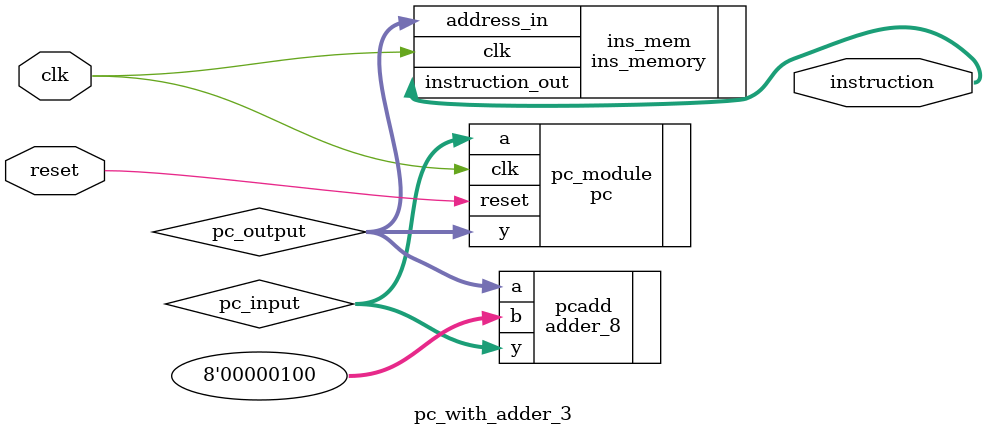
<source format=sv>
`timescale 1ns / 1ps




module pc_with_adder_3
     
    (
     input logic clk,reset,
	  output logic [31:0] instruction
	  
	  );
	   logic [7:0] pc_input;
//	  logic [7:0] out;
	  logic [7:0] pc_output;
	  
	  
	  pc pc_module (
	  .a(pc_input),
	  .clk(clk),
	  .reset(reset),
	  .y(pc_output)
	  );
	  
	  adder_8  pcadd (
	  .a(pc_output),
	  .b(8'b00000100),
	  .y(pc_input)
	  );
	  
     ins_memory ins_mem(
	  .clk(clk),
	  .address_in(pc_output),
	  .instruction_out(instruction)
	  );
	  
endmodule 
</source>
